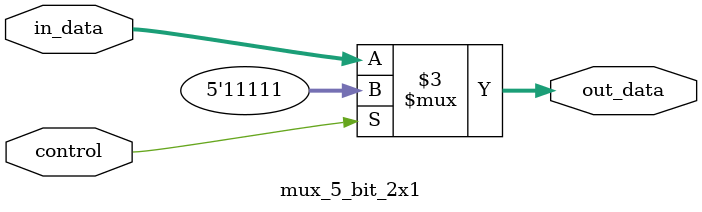
<source format=v>
`timescale 1ns / 1ps
module mux_5_bit_2x1(
		in_data,
		control,
		out_data
    );
input control;
input [4:0] in_data;
output reg[4:0] out_data;

always @(*)
begin
	if (control) out_data <= 5'b11111;
	else out_data <= in_data;
end

endmodule

</source>
